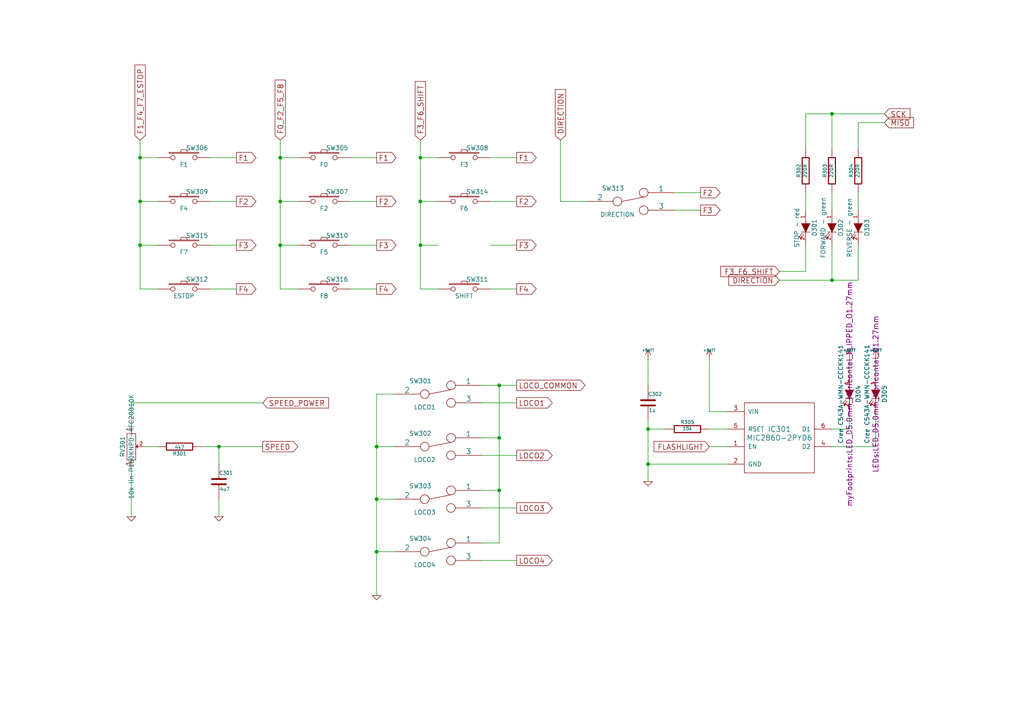
<source format=kicad_sch>
(kicad_sch (version 20231120) (generator "eeschema") (generator_version "8.0")
  (paper "A4")
  (title_block (title "Wireless FREDI (and clock interface)") (date "2017-11-19") (rev "0.2") (company "Heiko Rosemann (heiko.rosemann@web.de) CC-BY-SA") (comment 4 "Keys, LEDs and Potentiometer for throttle"))
  (lib_symbols
    (symbol "power:+BATT" (power) (pin_names (offset 0))
      (property "Value" "+BATT" (at 0 3.556 0))
      (symbol "+BATT_0_1"
        (polyline (pts (xy -0.762 1.27) (xy 0 2.54)))
        (polyline (pts (xy 0 0) (xy 0 2.54)))
        (polyline (pts (xy 0 2.54) (xy 0.762 1.27)))
      )
      (symbol "+BATT_1_1"
        (pin power_in line (at 0 0 90) (length 0) hide (name "+BATT") (number "1"))
      )
    )
    (symbol "wfred_rev2-rescue:C-RESCUE-wfred_rev2" (pin_numbers hide) (pin_names (offset 0.254))
      (property "Reference" "C" (at 0 2.54 0))
      (property "Value" "C-RESCUE-wfred_rev2" (at 0.1524 -2.159 0))
      (symbol "C-RESCUE-wfred_rev2_0_1"
        (polyline (pts (xy -2.032 -0.762) (xy 2.032 -0.762)) (stroke (width 0.508)))
        (polyline (pts (xy -2.032 0.762) (xy 2.032 0.762)) (stroke (width 0.508)))
      )
      (symbol "C-RESCUE-wfred_rev2_1_1"
        (pin passive line (at 0 5.08 270) (length 4.318) (name "~") (number "1"))
        (pin passive line (at 0 -5.08 90) (length 4.318) (name "~") (number "2"))
      )
    )
    (symbol "wfred_rev2-rescue:GND-RESCUE-wfred_rev2" (power) (pin_names (offset 0))
      (symbol "GND-RESCUE-wfred_rev2_0_1"
        (polyline (pts (xy -1.27 0) (xy 0 -1.27) (xy 1.27 0) (xy -1.27 0)))
      )
      (symbol "GND-RESCUE-wfred_rev2_1_1"
        (pin power_in line (at 0 0 90) (length 0) hide (name "GND") (number "1"))
      )
    )
    (symbol "wfred_rev2-rescue:GND-power" (power) (pin_names (offset 0))
      (symbol "GND-power_0_1"
        (polyline (pts (xy -1.27 0) (xy 0 -1.27) (xy 1.27 0) (xy -1.27 0)))
      )
      (symbol "GND-power_1_1"
        (pin power_in line (at 0 0 90) (length 0) hide (name "GND") (number "1"))
      )
    )
    (symbol "wfred_rev2-rescue:LED-RESCUE-wfred_rev2" (pin_names (offset 1.016) hide)
      (property "Reference" "D" (at 0 2.54 0))
      (property "Value" "LED-RESCUE-wfred_rev2" (at 0 -2.54 0))
      (symbol "LED-RESCUE-wfred_rev2_0_1"
        (polyline (pts (xy 1.27 1.27) (xy 1.27 -1.27)))
        (polyline (pts (xy -1.27 1.27) (xy 1.27 0) (xy -1.27 -1.27)) (fill (type outline)))
        (polyline (pts (xy 1.651 -1.016) (xy 2.794 -2.032) (xy 2.667 -1.397)))
        (polyline (pts (xy 2.032 -0.635) (xy 3.175 -1.651) (xy 3.048 -1.016)))
      )
      (symbol "LED-RESCUE-wfred_rev2_1_1"
        (pin passive line (at -5.08 0 0) (length 3.81) (name "A") (number "1"))
        (pin passive line (at 5.08 0 180) (length 3.81) (name "K") (number "2"))
      )
    )
    (symbol "wfred_rev2-rescue:LED-device" (pin_names (offset 1.016) hide)
      (property "Reference" "D" (at 0 2.54 0))
      (property "Value" "LED-device" (at 0 -2.54 0))
      (symbol "LED-device_0_1"
        (polyline (pts (xy 1.27 1.27) (xy 1.27 -1.27)))
        (polyline (pts (xy -1.27 1.27) (xy 1.27 0) (xy -1.27 -1.27)) (fill (type outline)))
        (polyline (pts (xy 1.651 -1.016) (xy 2.794 -2.032) (xy 2.667 -1.397)))
        (polyline (pts (xy 2.032 -0.635) (xy 3.175 -1.651) (xy 3.048 -1.016)))
      )
      (symbol "LED-device_1_1"
        (pin passive line (at -5.08 0 0) (length 3.81) (name "A") (number "1"))
        (pin passive line (at 5.08 0 180) (length 3.81) (name "K") (number "2"))
      )
    )
    (symbol "wfred_rev2-rescue:MIC2860-my_devices" (pin_names (offset 1.016))
      (property "Reference" "IC" (at 0 2.54 0))
      (property "Value" "MIC2860-my_devices" (at 0 0 0))
      (symbol "MIC2860-my_devices_0_1"
        (rectangle (start -10.16 10.16) (end 10.16 -10.16))
      )
      (symbol "MIC2860-my_devices_1_1"
        (pin input line (at -15.24 -2.54 0) (length 5.08) (name "EN") (number "1"))
        (pin power_in line (at -15.24 -7.62 0) (length 5.08) (name "GND") (number "2"))
        (pin power_in line (at -15.24 7.62 0) (length 5.08) (name "VIN") (number "3"))
        (pin output line (at 15.24 -2.54 180) (length 5.08) (name "D2") (number "4"))
        (pin input line (at -15.24 2.54 0) (length 5.08) (name "RSET") (number "5"))
        (pin output line (at 15.24 2.54 180) (length 5.08) (name "D1") (number "6"))
      )
    )
    (symbol "wfred_rev2-rescue:POT-RESCUE-wfred_rev2" (pin_names (offset 1.016) hide)
      (property "Reference" "RV" (at 0 -2.54 0))
      (property "Value" "POT-RESCUE-wfred_rev2" (at 0 0 0))
      (symbol "POT-RESCUE-wfred_rev2_0_1"
        (rectangle (start -3.81 1.27) (end 3.81 -1.27))
        (polyline (pts (xy 0 1.27) (xy -0.508 1.778) (xy 0.508 1.778)) (fill (type outline)))
      )
      (symbol "POT-RESCUE-wfred_rev2_1_1"
        (pin passive line (at -6.35 0 0) (length 2.54) (name "1") (number "1"))
        (pin passive line (at 0 3.81 270) (length 2.032) (name "2") (number "2"))
        (pin passive line (at 6.35 0 180) (length 2.54) (name "3") (number "3"))
      )
    )
    (symbol "wfred_rev2-rescue:R-RESCUE-wfred_rev2" (pin_numbers hide) (pin_names (offset 0))
      (property "Reference" "R" (at 2.032 0 90))
      (property "Value" "R-RESCUE-wfred_rev2" (at 0.1778 0.0254 90))
      (symbol "R-RESCUE-wfred_rev2_0_1"
        (rectangle (start -1.016 3.81) (end 1.016 -3.81) (stroke (width 0.3048)))
      )
      (symbol "R-RESCUE-wfred_rev2_1_1"
        (pin passive line (at 0 6.35 270) (length 2.54) (name "~") (number "1"))
        (pin passive line (at 0 -6.35 90) (length 2.54) (name "~") (number "2"))
      )
    )
    (symbol "wfred_rev2-rescue:SWITCH_INV-device" (pin_numbers hide) (pin_names (offset 0))
      (property "Reference" "SW" (at -5.08 3.81 0))
      (property "Value" "SWITCH_INV-device" (at -3.81 -3.81 0))
      (symbol "SWITCH_INV-device_0_0"
        (circle (center -3.81 0) (radius 1.27))
        (circle (center 3.81 -2.54) (radius 1.27))
      )
      (symbol "SWITCH_INV-device_0_1"
        (polyline (pts (xy -2.54 0) (xy 3.81 1.27)))
        (circle (center 3.81 2.54) (radius 1.27))
      )
      (symbol "SWITCH_INV-device_1_1"
        (pin passive line (at 12.7 2.54 180) (length 7.62) (name "1") (number "1"))
        (pin passive line (at -12.7 0 0) (length 7.62) (name "2") (number "2"))
        (pin passive line (at 12.7 -2.54 180) (length 7.62) (name "3") (number "3"))
      )
    )
    (symbol "wfred_rev2-rescue:SW_PUSH-device" (pin_numbers hide) (pin_names (offset 1.016) hide)
      (property "Reference" "SW" (at 3.81 2.794 0))
      (property "Value" "SW_PUSH-device" (at 0 -2.032 0))
      (symbol "SW_PUSH-device_0_1"
        (rectangle (start -4.318 1.27) (end 4.318 1.524))
        (polyline (pts (xy -1.016 1.524) (xy -0.762 2.286) (xy 0.762 2.286) (xy 1.016 1.524)))
        (pin passive inverted (at -7.62 0 0) (length 5.08) (name "1") (number "1"))
        (pin passive inverted (at 7.62 0 180) (length 5.08) (name "2") (number "2"))
      )
    )
  )
  (junction (at 109.22 129.54))
  (junction (at 241.3 33.02))
  (junction (at 109.22 160.02))
  (junction (at 40.64 71.12))
  (junction (at 81.28 58.42))
  (junction (at 63.5 129.54))
  (junction (at 144.78 111.76))
  (junction (at 144.78 142.24))
  (junction (at 81.28 45.72))
  (junction (at 40.64 45.72))
  (junction (at 187.96 134.62))
  (junction (at 40.64 58.42))
  (junction (at 187.96 124.46))
  (junction (at 81.28 71.12))
  (junction (at 144.78 127))
  (junction (at 109.22 144.78))
  (junction (at 121.92 58.42))
  (junction (at 241.3 81.28))
  (junction (at 121.92 45.72))
  (junction (at 121.92 71.12))
  (wire (pts (xy 81.28 58.42) (xy 81.28 71.12)))
  (wire (pts (xy 109.22 144.78) (xy 114.3 144.78)))
  (wire (pts (xy 121.92 58.42) (xy 121.92 71.12)))
  (wire (pts (xy 187.96 124.46) (xy 193.04 124.46)))
  (wire (pts (xy 121.92 83.82) (xy 127 83.82)))
  (wire (pts (xy 203.2 60.96) (xy 195.58 60.96)))
  (wire (pts (xy 241.3 81.28) (xy 241.3 71.12)))
  (wire (pts (xy 144.78 111.76) (xy 144.78 127)))
  (wire (pts (xy 109.22 160.02) (xy 109.22 172.72)))
  (wire (pts (xy 86.36 45.72) (xy 81.28 45.72)))
  (wire (pts (xy 233.68 55.88) (xy 233.68 60.96)))
  (wire (pts (xy 81.28 71.12) (xy 86.36 71.12)))
  (wire (pts (xy 241.3 33.02) (xy 233.68 33.02)))
  (wire (pts (xy 40.64 45.72) (xy 40.64 58.42)))
  (wire (pts (xy 195.58 55.88) (xy 203.2 55.88)))
  (wire (pts (xy 121.92 40.64) (xy 121.92 45.72)))
  (wire (pts (xy 205.74 119.38) (xy 210.82 119.38)))
  (wire (pts (xy 144.78 142.24) (xy 144.78 157.48)))
  (wire (pts (xy 210.82 134.62) (xy 187.96 134.62)))
  (wire (pts (xy 63.5 144.78) (xy 63.5 149.86)))
  (wire (pts (xy 121.92 71.12) (xy 127 71.12)))
  (wire (pts (xy 81.28 45.72) (xy 81.28 58.42)))
  (wire (pts (xy 121.92 71.12) (xy 121.92 83.82)))
  (wire (pts (xy 233.68 71.12) (xy 233.68 78.74)))
  (wire (pts (xy 142.24 45.72) (xy 149.86 45.72)))
  (wire (pts (xy 226.06 81.28) (xy 241.3 81.28)))
  (wire (pts (xy 149.86 132.08) (xy 139.7 132.08)))
  (wire (pts (xy 114.3 129.54) (xy 109.22 129.54)))
  (wire (pts (xy 162.56 58.42) (xy 170.18 58.42)))
  (wire (pts (xy 109.22 160.02) (xy 114.3 160.02)))
  (wire (pts (xy 144.78 142.24) (xy 139.7 142.24)))
  (wire (pts (xy 233.68 78.74) (xy 226.06 78.74)))
  (wire (pts (xy 248.92 55.88) (xy 248.92 60.96)))
  (wire (pts (xy 241.3 81.28) (xy 248.92 81.28)))
  (wire (pts (xy 187.96 104.14) (xy 187.96 111.76)))
  (wire (pts (xy 144.78 127) (xy 144.78 142.24)))
  (wire (pts (xy 241.3 33.02) (xy 241.3 43.18)))
  (wire (pts (xy 246.38 124.46) (xy 246.38 119.38)))
  (wire (pts (xy 60.96 71.12) (xy 68.58 71.12)))
  (wire (pts (xy 144.78 157.48) (xy 139.7 157.48)))
  (wire (pts (xy 241.3 129.54) (xy 254 129.54)))
  (wire (pts (xy 241.3 124.46) (xy 246.38 124.46)))
  (wire (pts (xy 40.64 45.72) (xy 45.72 45.72)))
  (wire (pts (xy 187.96 121.92) (xy 187.96 124.46)))
  (wire (pts (xy 233.68 33.02) (xy 233.68 43.18)))
  (wire (pts (xy 76.2 116.84) (xy 38.1 116.84)))
  (wire (pts (xy 101.6 45.72) (xy 109.22 45.72)))
  (wire (pts (xy 101.6 71.12) (xy 109.22 71.12)))
  (wire (pts (xy 40.64 40.64) (xy 40.64 45.72)))
  (wire (pts (xy 205.74 124.46) (xy 210.82 124.46)))
  (wire (pts (xy 142.24 58.42) (xy 149.86 58.42)))
  (wire (pts (xy 63.5 129.54) (xy 76.2 129.54)))
  (wire (pts (xy 121.92 45.72) (xy 121.92 58.42)))
  (wire (pts (xy 205.74 129.54) (xy 210.82 129.54)))
  (wire (pts (xy 248.92 35.56) (xy 248.92 43.18)))
  (wire (pts (xy 139.7 116.84) (xy 149.86 116.84)))
  (wire (pts (xy 254 104.14) (xy 254 109.22)))
  (wire (pts (xy 81.28 40.64) (xy 81.28 45.72)))
  (wire (pts (xy 81.28 71.12) (xy 81.28 83.82)))
  (wire (pts (xy 256.54 35.56) (xy 248.92 35.56)))
  (wire (pts (xy 63.5 129.54) (xy 63.5 134.62)))
  (wire (pts (xy 109.22 144.78) (xy 109.22 160.02)))
  (wire (pts (xy 60.96 45.72) (xy 68.58 45.72)))
  (wire (pts (xy 139.7 147.32) (xy 149.86 147.32)))
  (wire (pts (xy 101.6 58.42) (xy 109.22 58.42)))
  (wire (pts (xy 60.96 58.42) (xy 68.58 58.42)))
  (wire (pts (xy 139.7 127) (xy 144.78 127)))
  (wire (pts (xy 142.24 71.12) (xy 149.86 71.12)))
  (wire (pts (xy 205.74 104.14) (xy 205.74 119.38)))
  (wire (pts (xy 241.3 55.88) (xy 241.3 60.96)))
  (wire (pts (xy 38.1 135.89) (xy 38.1 149.86)))
  (wire (pts (xy 144.78 111.76) (xy 149.86 111.76)))
  (wire (pts (xy 114.3 114.3) (xy 109.22 114.3)))
  (wire (pts (xy 40.64 58.42) (xy 45.72 58.42)))
  (wire (pts (xy 127 45.72) (xy 121.92 45.72)))
  (wire (pts (xy 38.1 116.84) (xy 38.1 123.19)))
  (wire (pts (xy 58.42 129.54) (xy 63.5 129.54)))
  (wire (pts (xy 81.28 83.82) (xy 86.36 83.82)))
  (wire (pts (xy 40.64 83.82) (xy 45.72 83.82)))
  (wire (pts (xy 149.86 162.56) (xy 139.7 162.56)))
  (wire (pts (xy 40.64 71.12) (xy 40.64 83.82)))
  (wire (pts (xy 40.64 58.42) (xy 40.64 71.12)))
  (wire (pts (xy 254 129.54) (xy 254 119.38)))
  (wire (pts (xy 187.96 124.46) (xy 187.96 134.62)))
  (wire (pts (xy 81.28 58.42) (xy 86.36 58.42)))
  (wire (pts (xy 246.38 104.14) (xy 246.38 109.22)))
  (wire (pts (xy 162.56 40.64) (xy 162.56 58.42)))
  (wire (pts (xy 68.58 83.82) (xy 60.96 83.82)))
  (wire (pts (xy 41.91 129.54) (xy 45.72 129.54)))
  (wire (pts (xy 142.24 83.82) (xy 149.86 83.82)))
  (wire (pts (xy 101.6 83.82) (xy 109.22 83.82)))
  (wire (pts (xy 139.7 111.76) (xy 144.78 111.76)))
  (wire (pts (xy 121.92 58.42) (xy 127 58.42)))
  (wire (pts (xy 187.96 134.62) (xy 187.96 139.7)))
  (wire (pts (xy 248.92 81.28) (xy 248.92 71.12)))
  (wire (pts (xy 109.22 129.54) (xy 109.22 144.78)))
  (wire (pts (xy 256.54 33.02) (xy 241.3 33.02)))
  (wire (pts (xy 40.64 71.12) (xy 45.72 71.12)))
  (wire (pts (xy 109.22 114.3) (xy 109.22 129.54)))
  (global_label "SCK" (shape input) (at 256.54 33.02 0) (effects (font (size 1.524 1.524))) (property "Intersheetrefs" "${INTERSHEET_REFS}" (effects (hide yes))))
  (global_label "F4" (shape output) (at 68.58 83.82 0) (effects (font (size 1.524 1.524))) (property "Intersheetrefs" "${INTERSHEET_REFS}" (effects (hide yes))))
  (global_label "SPEED_POWER" (shape input) (at 76.2 116.84 0) (effects (font (size 1.524 1.524))) (property "Intersheetrefs" "${INTERSHEET_REFS}" (effects (hide yes))))
  (global_label "F4" (shape output) (at 109.22 83.82 0) (effects (font (size 1.524 1.524))) (property "Intersheetrefs" "${INTERSHEET_REFS}" (effects (hide yes))))
  (global_label "LOCO4" (shape output) (at 149.86 162.56 0) (effects (font (size 1.524 1.524))) (property "Intersheetrefs" "${INTERSHEET_REFS}" (effects (hide yes))))
  (global_label "LOCO2" (shape output) (at 149.86 132.08 0) (effects (font (size 1.524 1.524))) (property "Intersheetrefs" "${INTERSHEET_REFS}" (effects (hide yes))))
  (global_label "LOCO1" (shape output) (at 149.86 116.84 0) (effects (font (size 1.524 1.524))) (property "Intersheetrefs" "${INTERSHEET_REFS}" (effects (hide yes))))
  (global_label "F3_F6_SHIFT" (shape input) (at 226.06 78.74 180) (effects (font (size 1.524 1.524))) (property "Intersheetrefs" "${INTERSHEET_REFS}" (effects (hide yes))))
  (global_label "F2" (shape output) (at 203.2 55.88 0) (effects (font (size 1.524 1.524))) (property "Intersheetrefs" "${INTERSHEET_REFS}" (effects (hide yes))))
  (global_label "F2" (shape output) (at 68.58 58.42 0) (effects (font (size 1.524 1.524))) (property "Intersheetrefs" "${INTERSHEET_REFS}" (effects (hide yes))))
  (global_label "F1" (shape output) (at 149.86 45.72 0) (effects (font (size 1.524 1.524))) (property "Intersheetrefs" "${INTERSHEET_REFS}" (effects (hide yes))))
  (global_label "F3_F6_SHIFT" (shape input) (at 121.92 40.64 90) (effects (font (size 1.524 1.524))) (property "Intersheetrefs" "${INTERSHEET_REFS}" (effects (hide yes))))
  (global_label "F4" (shape output) (at 149.86 83.82 0) (effects (font (size 1.524 1.524))) (property "Intersheetrefs" "${INTERSHEET_REFS}" (effects (hide yes))))
  (global_label "LOCO3" (shape output) (at 149.86 147.32 0) (effects (font (size 1.524 1.524))) (property "Intersheetrefs" "${INTERSHEET_REFS}" (effects (hide yes))))
  (global_label "F1_F4_F7_ESTOP" (shape input) (at 40.64 40.64 90) (effects (font (size 1.524 1.524))) (property "Intersheetrefs" "${INTERSHEET_REFS}" (effects (hide yes))))
  (global_label "F1" (shape output) (at 109.22 45.72 0) (effects (font (size 1.524 1.524))) (property "Intersheetrefs" "${INTERSHEET_REFS}" (effects (hide yes))))
  (global_label "F2" (shape output) (at 109.22 58.42 0) (effects (font (size 1.524 1.524))) (property "Intersheetrefs" "${INTERSHEET_REFS}" (effects (hide yes))))
  (global_label "F3" (shape output) (at 203.2 60.96 0) (effects (font (size 1.524 1.524))) (property "Intersheetrefs" "${INTERSHEET_REFS}" (effects (hide yes))))
  (global_label "F3" (shape output) (at 149.86 71.12 0) (effects (font (size 1.524 1.524))) (property "Intersheetrefs" "${INTERSHEET_REFS}" (effects (hide yes))))
  (global_label "F3" (shape output) (at 109.22 71.12 0) (effects (font (size 1.524 1.524))) (property "Intersheetrefs" "${INTERSHEET_REFS}" (effects (hide yes))))
  (global_label "F3" (shape output) (at 68.58 71.12 0) (effects (font (size 1.524 1.524))) (property "Intersheetrefs" "${INTERSHEET_REFS}" (effects (hide yes))))
  (global_label "F0_F2_F5_F8" (shape input) (at 81.28 40.64 90) (effects (font (size 1.524 1.524))) (property "Intersheetrefs" "${INTERSHEET_REFS}" (effects (hide yes))))
  (global_label "MISO" (shape input) (at 256.54 35.56 0) (effects (font (size 1.524 1.524))) (property "Intersheetrefs" "${INTERSHEET_REFS}" (effects (hide yes))))
  (global_label "LOCO_COMMON" (shape output) (at 149.86 111.76 0) (effects (font (size 1.524 1.524))) (property "Intersheetrefs" "${INTERSHEET_REFS}" (effects (hide yes))))
  (global_label "F2" (shape output) (at 149.86 58.42 0) (effects (font (size 1.524 1.524))) (property "Intersheetrefs" "${INTERSHEET_REFS}" (effects (hide yes))))
  (global_label "DIRECTION" (shape input) (at 226.06 81.28 180) (effects (font (size 1.524 1.524))) (property "Intersheetrefs" "${INTERSHEET_REFS}" (effects (hide yes))))
  (global_label "SPEED" (shape output) (at 76.2 129.54 0) (effects (font (size 1.524 1.524))) (property "Intersheetrefs" "${INTERSHEET_REFS}" (effects (hide yes))))
  (global_label "DIRECTION" (shape input) (at 162.56 40.64 90) (effects (font (size 1.524 1.524))) (property "Intersheetrefs" "${INTERSHEET_REFS}" (effects (hide yes))))
  (global_label "F1" (shape output) (at 68.58 45.72 0) (effects (font (size 1.524 1.524))) (property "Intersheetrefs" "${INTERSHEET_REFS}" (effects (hide yes))))
  (global_label "FLASHLIGHT" (shape input) (at 205.74 129.54 180) (effects (font (size 1.524 1.524))) (property "Intersheetrefs" "${INTERSHEET_REFS}" (effects (hide yes))))
  (symbol (lib_id "wfred_rev2-rescue:POT-RESCUE-wfred_rev2") (at 38.1 129.54 270) (unit 1)
    (property "Reference" "RV301" (at 35.56 129.54 0))
    (property "Value" "10k lin P160KNPD-4FC20B10K" (at 38.1 129.54 0))
    (property "Footprint" "myFootprints:P160KNPD" (effects (hide yes)))
    (property "Mouser" "858-P160KNP4FC20B10K" (effects (hide yes)))
  )
  (symbol (lib_id "wfred_rev2-rescue:R-RESCUE-wfred_rev2") (at 52.07 129.54 270) (unit 1)
    (property "Reference" "R301" (at 52.07 131.572 90) (effects (font (size 1.016 1.016))))
    (property "Value" "4k7" (at 52.0954 129.7178 90) (effects (font (size 1.016 1.016))))
    (property "Footprint" "Capacitors_SMD:C_0805_HandSoldering" (effects (hide yes)))
    (property "Mouser" "603-RC0805JR-074K7L" (effects (hide yes)))
  )
  (symbol (lib_id "wfred_rev2-rescue:C-RESCUE-wfred_rev2") (at 63.5 139.7 0) (unit 1)
    (property "Reference" "C301" (at 63.5 137.16 0) (effects (font (size 1.016 1.016)) (justify left)))
    (property "Value" "4u7" (at 63.6524 141.859 0) (effects (font (size 1.016 1.016)) (justify left)))
    (property "Footprint" "Capacitors_SMD:C_0805_HandSoldering" (effects (hide yes)))
    (property "Reichelt" "KEM X5R0805 4,7U" (effects (hide yes)))
  )
  (symbol (lib_id "wfred_rev2-rescue:R-RESCUE-wfred_rev2") (at 233.68 49.53 180) (unit 1)
    (property "Reference" "R302" (at 231.648 49.53 90) (effects (font (size 1.016 1.016))))
    (property "Value" "220R" (at 233.5022 49.5554 90) (effects (font (size 1.016 1.016))))
    (property "Footprint" "Capacitors_SMD:C_0805_HandSoldering" (effects (hide yes)))
    (property "Reichelt" "SMD-0805 220" (effects (hide yes)))
  )
  (symbol (lib_id "wfred_rev2-rescue:LED-RESCUE-wfred_rev2") (at 233.68 66.04 270) (unit 1)
    (property "Reference" "D301" (at 236.22 66.04 0))
    (property "Value" "STOP - red" (at 231.14 66.04 0))
    (property "Footprint" "myFootprints:LED_D3.0mm" (effects (hide yes)))
    (property "Reichelt" "LED 3MM RT" (effects (hide yes)))
  )
  (symbol (lib_id "wfred_rev2-rescue:R-RESCUE-wfred_rev2") (at 248.92 49.53 180) (unit 1)
    (property "Reference" "R304" (at 246.888 49.53 90) (effects (font (size 1.016 1.016))))
    (property "Value" "220R" (at 248.7422 49.5554 90) (effects (font (size 1.016 1.016))))
    (property "Footprint" "Capacitors_SMD:C_0805_HandSoldering" (effects (hide yes)))
    (property "Mouser" "603-RC0805JR-07470RL" (effects (hide yes)))
  )
  (symbol (lib_id "wfred_rev2-rescue:LED-RESCUE-wfred_rev2") (at 241.3 66.04 270) (unit 1)
    (property "Reference" "D302" (at 243.84 66.04 0))
    (property "Value" "FORWARD - green" (at 238.76 66.04 0))
    (property "Footprint" "myFootprints:LED_D3.0mm" (effects (hide yes)))
    (property "Reichelt" "LED 3MM GN" (effects (hide yes)))
  )
  (symbol (lib_id "wfred_rev2-rescue:R-RESCUE-wfred_rev2") (at 241.3 49.53 180) (unit 1)
    (property "Reference" "R303" (at 239.268 49.53 90) (effects (font (size 1.016 1.016))))
    (property "Value" "220R" (at 241.1222 49.5554 90) (effects (font (size 1.016 1.016))))
    (property "Footprint" "Capacitors_SMD:C_0805_HandSoldering" (effects (hide yes)))
    (property "Mouser" "603-RC0805JR-07470RL" (effects (hide yes)))
  )
  (symbol (lib_id "wfred_rev2-rescue:LED-RESCUE-wfred_rev2") (at 248.92 66.04 270) (unit 1)
    (property "Reference" "D303" (at 251.46 66.04 0))
    (property "Value" "REVERSE - green" (at 246.38 66.04 0))
    (property "Footprint" "myFootprints:LED_D3.0mm" (effects (hide yes)))
    (property "Reichelt" "LED 3MM GN" (effects (hide yes)))
  )
  (symbol (lib_id "wfred_rev2-rescue:SW_PUSH-device") (at 53.34 83.82 0) (unit 1)
    (property "Reference" "SW312" (at 57.15 81.026 0))
    (property "Value" "ESTOP" (at 53.34 85.852 0))
    (property "Footprint" "Buttons_Switches_SMD:SW_SPST_PTS645" (effects (hide yes)))
    (property "Mouser1" "642-ADTSM65RV" (effects (hide yes)))
    (property "Mouser2" "113-DTSM65RVB" (effects (hide yes)))
  )
  (symbol (lib_id "wfred_rev2-rescue:SW_PUSH-device") (at 93.98 45.72 0) (unit 1)
    (property "Reference" "SW305" (at 97.79 42.926 0))
    (property "Value" "F0" (at 93.98 47.752 0))
    (property "Footprint" "Buttons_Switches_SMD:SW_SPST_PTS645" (effects (hide yes)))
    (property "Mouser1" "642-ADTSM65KV" (effects (hide yes)))
    (property "Reichelt" "Taster 9319" (effects (hide yes)))
    (property "Mouser2" "113-DTSM-65K-V-B" (effects (hide yes)))
  )
  (symbol (lib_id "wfred_rev2-rescue:SW_PUSH-device") (at 53.34 45.72 0) (unit 1)
    (property "Reference" "SW306" (at 57.15 42.926 0))
    (property "Value" "F1" (at 53.34 47.752 0))
    (property "Footprint" "Buttons_Switches_SMD:SW_SPST_PTS645" (effects (hide yes)))
    (property "Mouser1" "642-ADTSM65KV" (effects (hide yes)))
    (property "Reichelt" "Taster 9319" (effects (hide yes)))
    (property "Mouser2" "113-DTSM-65K-V-B" (effects (hide yes)))
  )
  (symbol (lib_id "wfred_rev2-rescue:SW_PUSH-device") (at 93.98 58.42 0) (unit 1)
    (property "Reference" "SW307" (at 97.79 55.626 0))
    (property "Value" "F2" (at 93.98 60.452 0))
    (property "Footprint" "Buttons_Switches_SMD:SW_SPST_PTS645" (effects (hide yes)))
    (property "Mouser1" "642-ADTSM65KV" (effects (hide yes)))
    (property "Reichelt" "Taster 9319" (effects (hide yes)))
    (property "Mouser2" "113-DTSM-65K-V-B" (effects (hide yes)))
  )
  (symbol (lib_id "wfred_rev2-rescue:SW_PUSH-device") (at 134.62 45.72 0) (unit 1)
    (property "Reference" "SW308" (at 138.43 42.926 0))
    (property "Value" "F3" (at 134.62 47.752 0))
    (property "Footprint" "Buttons_Switches_SMD:SW_SPST_PTS645" (effects (hide yes)))
    (property "Mouser1" "642-ADTSM65KV" (effects (hide yes)))
    (property "Reichelt" "Taster 9319" (effects (hide yes)))
    (property "Mouser2" "113-DTSM-65K-V-B" (effects (hide yes)))
  )
  (symbol (lib_id "wfred_rev2-rescue:SW_PUSH-device") (at 53.34 58.42 0) (unit 1)
    (property "Reference" "SW309" (at 57.15 55.626 0))
    (property "Value" "F4" (at 53.34 60.452 0))
    (property "Footprint" "Buttons_Switches_SMD:SW_SPST_PTS645" (effects (hide yes)))
    (property "Mouser1" "642-ADTSM65KV" (effects (hide yes)))
    (property "Reichelt" "Taster 9319" (effects (hide yes)))
    (property "Mouser2" "113-DTSM-65K-V-B" (effects (hide yes)))
  )
  (symbol (lib_id "wfred_rev2-rescue:SW_PUSH-device") (at 134.62 83.82 0) (unit 1)
    (property "Reference" "SW311" (at 138.43 81.026 0))
    (property "Value" "SHIFT" (at 134.62 85.852 0))
    (property "Footprint" "Buttons_Switches_SMD:SW_SPST_PTS645" (effects (hide yes)))
    (property "Mouser1" "642-ADTSM65YVTR" (effects (hide yes)))
    (property "Mouser2" "113-DTSM65YVB" (effects (hide yes)))
  )
  (symbol (lib_id "wfred_rev2-rescue:GND-RESCUE-wfred_rev2") (at 63.5 149.86 0) (unit 1)
    (property "Reference" "#PWR035" (effects (hide yes)))
    (property "Value" "GND" (effects (hide yes)))
  )
  (symbol (lib_id "wfred_rev2-rescue:GND-RESCUE-wfred_rev2") (at 38.1 149.86 0) (unit 1)
    (property "Reference" "#PWR036" (effects (hide yes)))
    (property "Value" "GND" (effects (hide yes)))
  )
  (symbol (lib_id "wfred_rev2-rescue:SW_PUSH-device") (at 93.98 71.12 0) (unit 1)
    (property "Reference" "SW310" (at 97.79 68.326 0))
    (property "Value" "F5" (at 93.98 73.152 0))
    (property "Footprint" "Buttons_Switches_SMD:SW_SPST_PTS645" (effects (hide yes)))
    (property "Mouser1" "642-ADTSM65KV" (effects (hide yes)))
    (property "Reichelt" "Taster 9319" (effects (hide yes)))
    (property "Mouser2" "113-DTSM-65K-V-B" (effects (hide yes)))
  )
  (symbol (lib_id "wfred_rev2-rescue:SWITCH_INV-device") (at 127 114.3 0) (unit 1)
    (property "Reference" "SW301" (at 121.92 110.49 0))
    (property "Value" "LOCO1" (at 123.19 118.11 0))
    (property "Footprint" "myFootprints:OS102011MS2Q" (effects (hide yes)))
    (property "Mouser" "611-OS102011MS2QN1" (effects (hide yes)))
  )
  (symbol (lib_id "wfred_rev2-rescue:SWITCH_INV-device") (at 127 129.54 0) (unit 1)
    (property "Reference" "SW302" (at 121.92 125.73 0))
    (property "Value" "LOCO2" (at 123.19 133.35 0))
    (property "Footprint" "myFootprints:OS102011MS2Q" (effects (hide yes)))
    (property "Mouser" "611-OS102011MS2QN1" (effects (hide yes)))
  )
  (symbol (lib_id "wfred_rev2-rescue:SWITCH_INV-device") (at 127 144.78 0) (unit 1)
    (property "Reference" "SW303" (at 121.92 140.97 0))
    (property "Value" "LOCO3" (at 123.19 148.59 0))
    (property "Footprint" "myFootprints:OS102011MS2Q" (effects (hide yes)))
    (property "Mouser" "611-OS102011MS2QN1" (effects (hide yes)))
  )
  (symbol (lib_id "wfred_rev2-rescue:SWITCH_INV-device") (at 127 160.02 0) (unit 1)
    (property "Reference" "SW304" (at 121.92 156.21 0))
    (property "Value" "LOCO4" (at 123.19 163.83 0))
    (property "Footprint" "myFootprints:OS102011MS2Q" (effects (hide yes)))
    (property "Mouser" "611-OS102011MS2QN1" (effects (hide yes)))
  )
  (symbol (lib_id "wfred_rev2-rescue:GND-RESCUE-wfred_rev2") (at 109.22 172.72 0) (unit 1)
    (property "Reference" "#PWR037" (effects (hide yes)))
    (property "Value" "GND" (effects (hide yes)))
  )
  (symbol (lib_id "wfred_rev2-rescue:SWITCH_INV-device") (at 182.88 58.42 0) (unit 1)
    (property "Reference" "SW313" (at 177.8 54.61 0))
    (property "Value" "DIRECTION" (at 179.07 62.23 0))
    (property "Footprint" "myFootprints:100SP1T1B1M1QEH" (effects (hide yes)))
    (property "Mouser" "612-100-A1111" (effects (hide yes)))
  )
  (symbol (lib_id "wfred_rev2-rescue:SW_PUSH-device") (at 134.62 58.42 0) (unit 1)
    (property "Reference" "SW314" (at 138.43 55.626 0))
    (property "Value" "F6" (at 134.62 60.452 0))
    (property "Footprint" "Buttons_Switches_SMD:SW_SPST_PTS645" (effects (hide yes)))
    (property "Mouser1" "642-ADTSM65KV" (effects (hide yes)))
    (property "Reichelt" "Taster 9319" (effects (hide yes)))
    (property "Mouser2" "113-DTSM-65K-V-B" (effects (hide yes)))
  )
  (symbol (lib_id "wfred_rev2-rescue:SW_PUSH-device") (at 53.34 71.12 0) (unit 1)
    (property "Reference" "SW315" (at 57.15 68.326 0))
    (property "Value" "F7" (at 53.34 73.152 0))
    (property "Footprint" "Buttons_Switches_SMD:SW_SPST_PTS645" (effects (hide yes)))
    (property "Mouser1" "642-ADTSM65KV" (effects (hide yes)))
    (property "Reichelt" "Taster 9319" (effects (hide yes)))
    (property "Mouser2" "113-DTSM-65K-V-B" (effects (hide yes)))
  )
  (symbol (lib_id "wfred_rev2-rescue:SW_PUSH-device") (at 93.98 83.82 0) (unit 1)
    (property "Reference" "SW316" (at 97.79 81.026 0))
    (property "Value" "F8" (at 93.98 85.852 0))
    (property "Footprint" "Buttons_Switches_SMD:SW_SPST_PTS645" (effects (hide yes)))
    (property "Mouser1" "642-ADTSM65KV" (effects (hide yes)))
    (property "Reichelt" "Taster 9319" (effects (hide yes)))
    (property "Mouser2" "113-DTSM-65K-V-B" (effects (hide yes)))
  )
  (symbol (lib_id "wfred_rev2-rescue:MIC2860-my_devices") (at 226.06 127 0) (unit 1)
    (property "Reference" "IC301" (at 226.06 124.46 0) (effects (font (size 1.524 1.524))))
    (property "Value" "MIC2860-2PYD6" (at 226.06 127 0) (effects (font (size 1.524 1.524))))
    (property "Footprint" "TO_SOT_Packages_SMD:SOT-23-6_Handsoldering" (effects (hide yes)))
    (property "Mouser" "998-MIC2860-2PYD6TR" (effects (hide yes)))
  )
  (symbol (lib_id "wfred_rev2-rescue:LED-device") (at 246.38 114.3 270) (unit 1)
    (property "Reference" "D304" (at 248.92 114.3 0))
    (property "Value" "Cree C543A-WMN-CCCKK141" (at 243.84 114.3 0))
    (property "Footprint" "myFootprints:LED_D5.0mm_Horicontal_FLIPPED_O1.27mm" (at 246.38 114.3 0) (effects (font (size 1.524 1.524))))
    (property "Mouser" "941-C543AWMNCCCKK141" (effects (hide yes)))
  )
  (symbol (lib_id "wfred_rev2-rescue:LED-device") (at 254 114.3 270) (unit 1)
    (property "Reference" "D305" (at 256.54 114.3 0))
    (property "Value" "Cree C543A-WMN-CCCKK141" (at 251.46 114.3 0))
    (property "Footprint" "LEDs:LED_D5.0mm_Horicontal_O1.27mm" (at 254 114.3 0) (effects (font (size 1.524 1.524))))
    (property "Mouser" "941-C543AWMNCCCKK141" (effects (hide yes)))
  )
  (symbol (lib_id "power:+BATT") (at 246.38 104.14 0) (unit 1)
    (property "Reference" "#PWR038" (effects (hide yes)))
    (property "Value" "+BATT" (at 246.38 101.6 0) (effects (font (size 0.762 0.762))))
  )
  (symbol (lib_id "power:+BATT") (at 254 104.14 0) (unit 1)
    (property "Reference" "#PWR039" (effects (hide yes)))
    (property "Value" "+BATT" (at 254 101.6 0) (effects (font (size 0.762 0.762))))
  )
  (symbol (lib_id "power:+BATT") (at 205.74 104.14 0) (unit 1)
    (property "Reference" "#PWR040" (effects (hide yes)))
    (property "Value" "+BATT" (at 205.74 101.6 0) (effects (font (size 0.762 0.762))))
  )
  (symbol (lib_id "wfred_rev2-rescue:R-RESCUE-wfred_rev2") (at 199.39 124.46 90) (unit 1)
    (property "Reference" "R305" (at 199.39 122.428 90) (effects (font (size 1.016 1.016))))
    (property "Value" "15k" (at 199.3646 124.2822 90) (effects (font (size 1.016 1.016))))
    (property "Footprint" "Capacitors_SMD:C_0805_HandSoldering" (effects (hide yes)))
    (property "Reichelt" "SMD-0805 15,0K" (effects (hide yes)))
  )
  (symbol (lib_id "wfred_rev2-rescue:GND-power") (at 187.96 139.7 0) (unit 1)
    (property "Reference" "#PWR041" (effects (hide yes)))
    (property "Value" "GND" (effects (hide yes)))
  )
  (symbol (lib_id "wfred_rev2-rescue:C-RESCUE-wfred_rev2") (at 187.96 116.84 0) (unit 1)
    (property "Reference" "C302" (at 187.96 114.3 0) (effects (font (size 1.016 1.016)) (justify left)))
    (property "Value" "1u" (at 188.1124 118.999 0) (effects (font (size 1.016 1.016)) (justify left)))
    (property "Footprint" "Capacitors_SMD:C_0805_HandSoldering" (effects (hide yes)))
    (property "Reichelt" "X7R-G0805 1,0/25" (effects (hide yes)))
  )
  (symbol (lib_id "power:+BATT") (at 187.96 104.14 0) (unit 1)
    (property "Reference" "#PWR042" (effects (hide yes)))
    (property "Value" "+BATT" (at 187.96 101.6 0) (effects (font (size 0.762 0.762))))
  )
)
</source>
